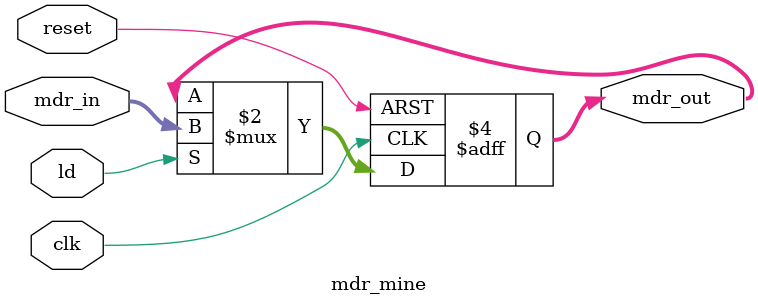
<source format=v>
module mdr_mine (
    input [7:0] mdr_in,
    input clk,
    input ld,
    input reset,
    output reg [7:0] mdr_out
);

always@(posedge reset or posedge clk) begin
    if (reset)
    mdr_out <= 8'b0;
    else
        if(ld)
        mdr_out <= mdr_in;
        
end

endmodule
</source>
